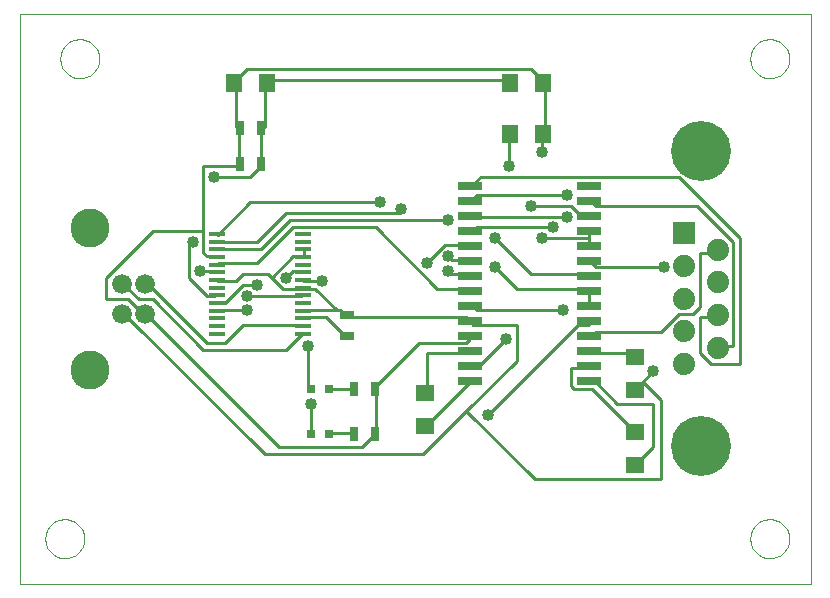
<source format=gtl>
G75*
G70*
%OFA0B0*%
%FSLAX24Y24*%
%IPPOS*%
%LPD*%
%AMOC8*
5,1,8,0,0,1.08239X$1,22.5*
%
%ADD10C,0.0000*%
%ADD11R,0.0740X0.0740*%
%ADD12C,0.0740*%
%ADD13C,0.2000*%
%ADD14R,0.0550X0.0137*%
%ADD15R,0.0472X0.0315*%
%ADD16R,0.0315X0.0472*%
%ADD17R,0.0551X0.0630*%
%ADD18R,0.0315X0.0315*%
%ADD19C,0.0660*%
%ADD20C,0.1300*%
%ADD21R,0.0800X0.0260*%
%ADD22R,0.0630X0.0551*%
%ADD23C,0.0100*%
%ADD24C,0.0400*%
D10*
X001673Y000101D02*
X001673Y019097D01*
X028043Y019097D01*
X028043Y000101D01*
X001673Y000101D01*
X002523Y001601D02*
X002525Y001651D01*
X002531Y001701D01*
X002541Y001751D01*
X002554Y001799D01*
X002571Y001847D01*
X002592Y001893D01*
X002616Y001937D01*
X002644Y001979D01*
X002675Y002019D01*
X002709Y002056D01*
X002746Y002091D01*
X002785Y002122D01*
X002826Y002151D01*
X002870Y002176D01*
X002916Y002198D01*
X002963Y002216D01*
X003011Y002230D01*
X003060Y002241D01*
X003110Y002248D01*
X003160Y002251D01*
X003211Y002250D01*
X003261Y002245D01*
X003311Y002236D01*
X003359Y002224D01*
X003407Y002207D01*
X003453Y002187D01*
X003498Y002164D01*
X003541Y002137D01*
X003581Y002107D01*
X003619Y002074D01*
X003654Y002038D01*
X003687Y001999D01*
X003716Y001958D01*
X003742Y001915D01*
X003765Y001870D01*
X003784Y001823D01*
X003799Y001775D01*
X003811Y001726D01*
X003819Y001676D01*
X003823Y001626D01*
X003823Y001576D01*
X003819Y001526D01*
X003811Y001476D01*
X003799Y001427D01*
X003784Y001379D01*
X003765Y001332D01*
X003742Y001287D01*
X003716Y001244D01*
X003687Y001203D01*
X003654Y001164D01*
X003619Y001128D01*
X003581Y001095D01*
X003541Y001065D01*
X003498Y001038D01*
X003453Y001015D01*
X003407Y000995D01*
X003359Y000978D01*
X003311Y000966D01*
X003261Y000957D01*
X003211Y000952D01*
X003160Y000951D01*
X003110Y000954D01*
X003060Y000961D01*
X003011Y000972D01*
X002963Y000986D01*
X002916Y001004D01*
X002870Y001026D01*
X002826Y001051D01*
X002785Y001080D01*
X002746Y001111D01*
X002709Y001146D01*
X002675Y001183D01*
X002644Y001223D01*
X002616Y001265D01*
X002592Y001309D01*
X002571Y001355D01*
X002554Y001403D01*
X002541Y001451D01*
X002531Y001501D01*
X002525Y001551D01*
X002523Y001601D01*
X026023Y001601D02*
X026025Y001651D01*
X026031Y001701D01*
X026041Y001751D01*
X026054Y001799D01*
X026071Y001847D01*
X026092Y001893D01*
X026116Y001937D01*
X026144Y001979D01*
X026175Y002019D01*
X026209Y002056D01*
X026246Y002091D01*
X026285Y002122D01*
X026326Y002151D01*
X026370Y002176D01*
X026416Y002198D01*
X026463Y002216D01*
X026511Y002230D01*
X026560Y002241D01*
X026610Y002248D01*
X026660Y002251D01*
X026711Y002250D01*
X026761Y002245D01*
X026811Y002236D01*
X026859Y002224D01*
X026907Y002207D01*
X026953Y002187D01*
X026998Y002164D01*
X027041Y002137D01*
X027081Y002107D01*
X027119Y002074D01*
X027154Y002038D01*
X027187Y001999D01*
X027216Y001958D01*
X027242Y001915D01*
X027265Y001870D01*
X027284Y001823D01*
X027299Y001775D01*
X027311Y001726D01*
X027319Y001676D01*
X027323Y001626D01*
X027323Y001576D01*
X027319Y001526D01*
X027311Y001476D01*
X027299Y001427D01*
X027284Y001379D01*
X027265Y001332D01*
X027242Y001287D01*
X027216Y001244D01*
X027187Y001203D01*
X027154Y001164D01*
X027119Y001128D01*
X027081Y001095D01*
X027041Y001065D01*
X026998Y001038D01*
X026953Y001015D01*
X026907Y000995D01*
X026859Y000978D01*
X026811Y000966D01*
X026761Y000957D01*
X026711Y000952D01*
X026660Y000951D01*
X026610Y000954D01*
X026560Y000961D01*
X026511Y000972D01*
X026463Y000986D01*
X026416Y001004D01*
X026370Y001026D01*
X026326Y001051D01*
X026285Y001080D01*
X026246Y001111D01*
X026209Y001146D01*
X026175Y001183D01*
X026144Y001223D01*
X026116Y001265D01*
X026092Y001309D01*
X026071Y001355D01*
X026054Y001403D01*
X026041Y001451D01*
X026031Y001501D01*
X026025Y001551D01*
X026023Y001601D01*
X026023Y017601D02*
X026025Y017651D01*
X026031Y017701D01*
X026041Y017751D01*
X026054Y017799D01*
X026071Y017847D01*
X026092Y017893D01*
X026116Y017937D01*
X026144Y017979D01*
X026175Y018019D01*
X026209Y018056D01*
X026246Y018091D01*
X026285Y018122D01*
X026326Y018151D01*
X026370Y018176D01*
X026416Y018198D01*
X026463Y018216D01*
X026511Y018230D01*
X026560Y018241D01*
X026610Y018248D01*
X026660Y018251D01*
X026711Y018250D01*
X026761Y018245D01*
X026811Y018236D01*
X026859Y018224D01*
X026907Y018207D01*
X026953Y018187D01*
X026998Y018164D01*
X027041Y018137D01*
X027081Y018107D01*
X027119Y018074D01*
X027154Y018038D01*
X027187Y017999D01*
X027216Y017958D01*
X027242Y017915D01*
X027265Y017870D01*
X027284Y017823D01*
X027299Y017775D01*
X027311Y017726D01*
X027319Y017676D01*
X027323Y017626D01*
X027323Y017576D01*
X027319Y017526D01*
X027311Y017476D01*
X027299Y017427D01*
X027284Y017379D01*
X027265Y017332D01*
X027242Y017287D01*
X027216Y017244D01*
X027187Y017203D01*
X027154Y017164D01*
X027119Y017128D01*
X027081Y017095D01*
X027041Y017065D01*
X026998Y017038D01*
X026953Y017015D01*
X026907Y016995D01*
X026859Y016978D01*
X026811Y016966D01*
X026761Y016957D01*
X026711Y016952D01*
X026660Y016951D01*
X026610Y016954D01*
X026560Y016961D01*
X026511Y016972D01*
X026463Y016986D01*
X026416Y017004D01*
X026370Y017026D01*
X026326Y017051D01*
X026285Y017080D01*
X026246Y017111D01*
X026209Y017146D01*
X026175Y017183D01*
X026144Y017223D01*
X026116Y017265D01*
X026092Y017309D01*
X026071Y017355D01*
X026054Y017403D01*
X026041Y017451D01*
X026031Y017501D01*
X026025Y017551D01*
X026023Y017601D01*
X003023Y017601D02*
X003025Y017651D01*
X003031Y017701D01*
X003041Y017751D01*
X003054Y017799D01*
X003071Y017847D01*
X003092Y017893D01*
X003116Y017937D01*
X003144Y017979D01*
X003175Y018019D01*
X003209Y018056D01*
X003246Y018091D01*
X003285Y018122D01*
X003326Y018151D01*
X003370Y018176D01*
X003416Y018198D01*
X003463Y018216D01*
X003511Y018230D01*
X003560Y018241D01*
X003610Y018248D01*
X003660Y018251D01*
X003711Y018250D01*
X003761Y018245D01*
X003811Y018236D01*
X003859Y018224D01*
X003907Y018207D01*
X003953Y018187D01*
X003998Y018164D01*
X004041Y018137D01*
X004081Y018107D01*
X004119Y018074D01*
X004154Y018038D01*
X004187Y017999D01*
X004216Y017958D01*
X004242Y017915D01*
X004265Y017870D01*
X004284Y017823D01*
X004299Y017775D01*
X004311Y017726D01*
X004319Y017676D01*
X004323Y017626D01*
X004323Y017576D01*
X004319Y017526D01*
X004311Y017476D01*
X004299Y017427D01*
X004284Y017379D01*
X004265Y017332D01*
X004242Y017287D01*
X004216Y017244D01*
X004187Y017203D01*
X004154Y017164D01*
X004119Y017128D01*
X004081Y017095D01*
X004041Y017065D01*
X003998Y017038D01*
X003953Y017015D01*
X003907Y016995D01*
X003859Y016978D01*
X003811Y016966D01*
X003761Y016957D01*
X003711Y016952D01*
X003660Y016951D01*
X003610Y016954D01*
X003560Y016961D01*
X003511Y016972D01*
X003463Y016986D01*
X003416Y017004D01*
X003370Y017026D01*
X003326Y017051D01*
X003285Y017080D01*
X003246Y017111D01*
X003209Y017146D01*
X003175Y017183D01*
X003144Y017223D01*
X003116Y017265D01*
X003092Y017309D01*
X003071Y017355D01*
X003054Y017403D01*
X003041Y017451D01*
X003031Y017501D01*
X003025Y017551D01*
X003023Y017601D01*
D11*
X023814Y011782D03*
D12*
X024932Y011235D03*
X023814Y010691D03*
X024932Y010144D03*
X023814Y009601D03*
X024932Y009057D03*
X023814Y008510D03*
X024932Y007967D03*
X023814Y007420D03*
D13*
X024373Y004680D03*
X024373Y014522D03*
D14*
X011112Y011764D03*
X011112Y011508D03*
X011112Y011252D03*
X011112Y010996D03*
X011112Y010741D03*
X011112Y010485D03*
X011112Y010229D03*
X011112Y009973D03*
X011112Y009717D03*
X011112Y009461D03*
X011112Y009205D03*
X011112Y008949D03*
X011112Y008693D03*
X011112Y008437D03*
X008234Y008437D03*
X008234Y008693D03*
X008234Y008949D03*
X008234Y009205D03*
X008234Y009461D03*
X008234Y009717D03*
X008234Y009973D03*
X008234Y010229D03*
X008234Y010485D03*
X008234Y010741D03*
X008234Y010996D03*
X008234Y011252D03*
X008234Y011508D03*
X008234Y011764D03*
D15*
X012573Y009055D03*
X012573Y008346D03*
D16*
X012819Y006601D03*
X013527Y006601D03*
X013527Y005101D03*
X012819Y005101D03*
X009727Y014101D03*
X009019Y014101D03*
X009019Y015301D03*
X009727Y015301D03*
D17*
X009924Y016801D03*
X008822Y016801D03*
X018022Y016801D03*
X019124Y016801D03*
X019124Y015101D03*
X018022Y015101D03*
D18*
X011968Y006601D03*
X011378Y006601D03*
X011378Y005101D03*
X011968Y005101D03*
D19*
X005853Y009109D03*
X005073Y009109D03*
X005073Y010093D03*
X005853Y010093D03*
D20*
X004003Y011971D03*
X004003Y007231D03*
D21*
X016693Y007351D03*
X016693Y007851D03*
X016693Y008351D03*
X016693Y008851D03*
X016693Y009351D03*
X016693Y009851D03*
X016693Y010351D03*
X016693Y010851D03*
X016693Y011351D03*
X016693Y011851D03*
X016693Y012351D03*
X016693Y012851D03*
X016693Y013351D03*
X020653Y013351D03*
X020653Y012851D03*
X020653Y012351D03*
X020653Y011851D03*
X020653Y011351D03*
X020653Y010851D03*
X020653Y010351D03*
X020653Y009851D03*
X020653Y009351D03*
X020653Y008851D03*
X020653Y008351D03*
X020653Y007851D03*
X020653Y007351D03*
X020653Y006851D03*
X016693Y006851D03*
D22*
X015173Y006452D03*
X015173Y005350D03*
X022173Y005152D03*
X022173Y004050D03*
X022173Y006550D03*
X022173Y007652D03*
D23*
X022073Y007661D01*
X021953Y007781D01*
X020753Y007781D01*
X020653Y007851D01*
X020653Y007351D02*
X020633Y007301D01*
X020033Y007301D01*
X020033Y006701D01*
X020153Y006581D01*
X020753Y006581D01*
X022073Y005261D01*
X022173Y005152D01*
X022793Y004661D02*
X022793Y006101D01*
X021593Y006101D01*
X020873Y006821D01*
X020753Y006821D01*
X020653Y006851D01*
X022173Y006550D02*
X022433Y006821D01*
X023033Y006221D01*
X023033Y003581D01*
X018833Y003581D01*
X016553Y005861D01*
X015113Y004421D01*
X009833Y004421D01*
X005153Y009101D01*
X005073Y009109D01*
X005273Y009581D02*
X004553Y009581D01*
X004553Y010301D01*
X006113Y011861D01*
X007793Y011861D01*
X007793Y011141D01*
X007913Y011021D01*
X008153Y011021D01*
X008234Y010996D01*
X008273Y010781D02*
X008234Y010741D01*
X008273Y010781D02*
X009593Y010781D01*
X010793Y011981D01*
X013553Y011981D01*
X015593Y009941D01*
X016673Y009941D01*
X016693Y009851D01*
X016693Y010351D02*
X016673Y010421D01*
X016073Y010421D01*
X015953Y010541D01*
X016073Y010901D02*
X016673Y010901D01*
X016693Y010851D01*
X016073Y010901D02*
X015953Y011021D01*
X015833Y011381D02*
X016673Y011381D01*
X016693Y011351D01*
X016693Y011851D02*
X016793Y011861D01*
X016913Y011981D01*
X019433Y011981D01*
X019073Y011621D02*
X020633Y011621D01*
X020633Y011381D01*
X020653Y011351D01*
X020633Y011621D02*
X020633Y011741D01*
X020653Y011851D01*
X020653Y012351D02*
X020633Y012461D01*
X020273Y012461D01*
X020033Y012701D01*
X018713Y012701D01*
X019913Y013061D02*
X016913Y013061D01*
X016793Y012941D01*
X016693Y012851D01*
X016693Y012351D02*
X016793Y012341D01*
X019913Y012341D01*
X020653Y012851D02*
X020753Y012821D01*
X020873Y012701D01*
X024233Y012701D01*
X025433Y011501D01*
X025433Y008021D01*
X024953Y008021D01*
X024932Y007967D01*
X024713Y007421D02*
X024353Y007781D01*
X024353Y008981D01*
X024833Y008981D01*
X024932Y009057D01*
X024353Y009341D02*
X024353Y011141D01*
X024833Y011141D01*
X024932Y011235D01*
X025673Y011621D02*
X025673Y007421D01*
X024713Y007421D01*
X022793Y007181D02*
X022433Y006821D01*
X022193Y006581D01*
X022173Y006550D01*
X020753Y008381D02*
X020653Y008351D01*
X020753Y008381D02*
X020873Y008501D01*
X023033Y008501D01*
X023633Y009101D01*
X024113Y009101D01*
X024353Y009341D01*
X023153Y010661D02*
X020873Y010661D01*
X020753Y010781D01*
X020653Y010851D01*
X020633Y010421D02*
X020653Y010351D01*
X020633Y010421D02*
X018713Y010421D01*
X017513Y011621D01*
X017513Y010661D02*
X018233Y009941D01*
X020633Y009941D01*
X020653Y009851D01*
X020633Y009821D01*
X020633Y009461D01*
X020653Y009351D01*
X020653Y008851D02*
X020633Y008741D01*
X020273Y008741D01*
X017273Y005741D01*
X016553Y005861D02*
X018233Y007541D01*
X018233Y008741D01*
X016793Y008741D01*
X016693Y008851D01*
X016673Y008861D01*
X016553Y008981D01*
X012593Y008981D01*
X012573Y009055D01*
X012473Y009101D01*
X012353Y009221D01*
X012233Y009221D01*
X011513Y009941D01*
X011153Y009941D01*
X011112Y009973D01*
X011033Y009941D01*
X010433Y009941D01*
X010073Y010301D01*
X010793Y011021D01*
X011033Y011021D01*
X011112Y010996D01*
X011153Y011021D01*
X011153Y011261D01*
X011112Y011252D01*
X011033Y010541D02*
X011112Y010485D01*
X011033Y010541D02*
X010793Y010541D01*
X010553Y010301D01*
X010073Y010301D02*
X009953Y010421D01*
X009113Y010421D01*
X008873Y010181D01*
X008273Y010181D01*
X008234Y010229D01*
X008234Y010485D02*
X008153Y010541D01*
X007673Y010541D01*
X007313Y010301D02*
X007313Y011501D01*
X007433Y011501D01*
X007793Y011861D02*
X007793Y014021D01*
X008993Y014021D01*
X009019Y014101D01*
X008993Y014141D01*
X008993Y015221D01*
X009019Y015301D01*
X008993Y015341D01*
X008873Y015341D01*
X008873Y016781D01*
X008822Y016801D01*
X008873Y016901D01*
X009233Y017261D01*
X018713Y017261D01*
X019073Y016901D01*
X019124Y016801D01*
X019193Y016781D01*
X019193Y015101D01*
X019124Y015101D01*
X019073Y015101D01*
X019073Y014501D01*
X017993Y014021D02*
X017993Y015101D01*
X018022Y015101D01*
X017033Y013661D02*
X023633Y013661D01*
X025673Y011621D01*
X019793Y009221D02*
X016913Y009221D01*
X016793Y009341D01*
X016693Y009351D01*
X016693Y008351D02*
X016673Y008261D01*
X016553Y008141D01*
X014993Y008141D01*
X013553Y006701D01*
X013527Y006601D01*
X013553Y006581D01*
X013553Y005141D01*
X013527Y005101D01*
X013433Y005021D01*
X013073Y004661D01*
X010313Y004661D01*
X005873Y009101D01*
X005853Y009109D01*
X005753Y009221D01*
X005633Y009221D01*
X005273Y009581D01*
X005633Y009581D02*
X005153Y010061D01*
X005073Y010093D01*
X005633Y009581D02*
X006113Y009581D01*
X007793Y007901D01*
X010553Y007901D01*
X011033Y008381D01*
X011112Y008437D01*
X011112Y008693D02*
X011033Y008741D01*
X009113Y008741D01*
X008513Y008141D01*
X007913Y008141D01*
X005993Y010061D01*
X005873Y010061D01*
X005853Y010093D01*
X007313Y010301D02*
X007913Y009701D01*
X008153Y009701D01*
X008234Y009717D01*
X008234Y009461D02*
X008273Y009461D01*
X008513Y009461D01*
X009113Y010061D01*
X009593Y010061D01*
X009233Y009701D02*
X011033Y009701D01*
X011112Y009717D01*
X011153Y009221D02*
X011112Y009205D01*
X011153Y009221D02*
X012233Y009221D01*
X011873Y008981D02*
X011153Y008981D01*
X011112Y008949D01*
X011873Y008981D02*
X012473Y008381D01*
X012573Y008346D01*
X011273Y008021D02*
X011273Y006701D01*
X011378Y006601D01*
X011968Y006601D02*
X011993Y006581D01*
X012713Y006581D01*
X012819Y006601D01*
X011393Y006101D02*
X011393Y005141D01*
X011378Y005101D01*
X011968Y005101D02*
X011993Y005141D01*
X012713Y005141D01*
X012819Y005101D01*
X015173Y005350D02*
X015233Y005381D01*
X016673Y006821D01*
X016693Y006851D01*
X016693Y007351D02*
X016793Y007421D01*
X017033Y007421D01*
X017873Y008261D01*
X016693Y007851D02*
X016673Y007781D01*
X015233Y007781D01*
X015233Y006461D01*
X015173Y006452D01*
X009233Y009221D02*
X008273Y009221D01*
X008234Y009205D01*
X011112Y010229D02*
X011153Y010181D01*
X011753Y010181D01*
X009713Y011261D02*
X010673Y012221D01*
X015953Y012221D01*
X015833Y011381D02*
X015233Y010781D01*
X014273Y012461D02*
X014393Y012581D01*
X014273Y012461D02*
X010553Y012461D01*
X009593Y011501D01*
X008273Y011501D01*
X008234Y011508D01*
X008273Y011261D02*
X008234Y011252D01*
X008273Y011261D02*
X009713Y011261D01*
X008273Y011741D02*
X008234Y011764D01*
X008273Y011741D02*
X009353Y012821D01*
X013673Y012821D01*
X016693Y013351D02*
X016793Y013421D01*
X017033Y013661D01*
X018022Y016801D02*
X017993Y016901D01*
X009953Y016901D01*
X009924Y016801D01*
X009833Y016781D01*
X009833Y015341D01*
X009727Y015301D01*
X009713Y015221D01*
X009713Y014141D01*
X009727Y014101D01*
X009713Y014021D01*
X009353Y013661D01*
X008153Y013661D01*
X022193Y004061D02*
X022793Y004661D01*
X022193Y004061D02*
X022173Y004050D01*
D24*
X022793Y007181D03*
X019793Y009221D03*
X017873Y008261D03*
X015953Y010541D03*
X015233Y010781D03*
X015953Y011021D03*
X017513Y010661D03*
X017513Y011621D03*
X015953Y012221D03*
X014393Y012581D03*
X013673Y012821D03*
X011753Y010181D03*
X010553Y010301D03*
X009593Y010061D03*
X009233Y009701D03*
X009233Y009221D03*
X007673Y010541D03*
X007433Y011501D03*
X008153Y013661D03*
X011273Y008021D03*
X011393Y006101D03*
X017273Y005741D03*
X023153Y010661D03*
X019913Y012341D03*
X019433Y011981D03*
X019073Y011621D03*
X018713Y012701D03*
X019913Y013061D03*
X017993Y014021D03*
X019073Y014501D03*
M02*

</source>
